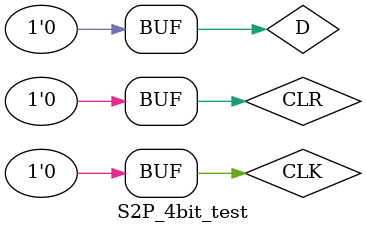
<source format=v>
`timescale 1ns / 1ps


module S2P_4bit_test;

	// Inputs
	reg CLK;
	reg CLR;
	reg D;

	// Outputs
	wire DR;
	wire [3:0] Q;

	// Instantiate the Unit Under Test (UUT)
	S2P_4bit uut (
		.CLK(CLK), 
		.CLR(CLR), 
		.D(D), 
		.DR(DR), 
		.Q(Q)
	);

	initial begin
		// Initialize Inputs
		CLK = 0;
		CLR = 0;
		D = 0;

		// Wait 100 ns for global reset to finish
		#100;
    
		// Add stimulus here
    #50 D=0; CLK=1; #50; CLK=0;
    #50 D=1; CLK=1; #50; CLK=0;
    #50 D=0; CLK=1; #50; CLK=0;
    #50 D=1; CLK=1; #50; CLK=0;
    
    #50 D=0; CLK=1; #50; CLK=0;
    #50 D=1; CLK=1; #50; CLK=0;
    #50 D=1; CLK=1; #50; CLK=0;
    #50 D=0; CLK=1; #50; CLK=0;
    
    #50 D=1; CLK=1; #50; CLK=0;
    #50 D=0; CLK=1; #50; CLK=0;
    #50 D=0; CLK=1; #50; CLK=0;
    #50 D=1; CLK=1; #50; CLK=0;
    
    #50 D=0; CLK=1; #50; CLK=0;
    #50 D=1; CLK=1; #50; CLK=0;
    #50 D=1; CLK=1; #50; CLK=0;
    #50 D=0; CLK=1; #50; CLK=0;
	end
      
endmodule


</source>
